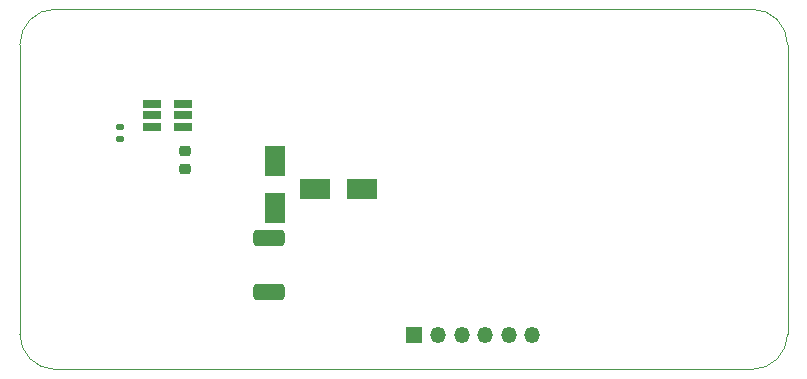
<source format=gbr>
G04 #@! TF.GenerationSoftware,KiCad,Pcbnew,6.0.2-378541a8eb~116~ubuntu20.04.1*
G04 #@! TF.CreationDate,2022-02-27T20:25:45+11:00*
G04 #@! TF.ProjectId,PiConnectLite,5069436f-6e6e-4656-9374-4c6974652e6b,rev?*
G04 #@! TF.SameCoordinates,Original*
G04 #@! TF.FileFunction,Paste,Bot*
G04 #@! TF.FilePolarity,Positive*
%FSLAX46Y46*%
G04 Gerber Fmt 4.6, Leading zero omitted, Abs format (unit mm)*
G04 Created by KiCad (PCBNEW 6.0.2-378541a8eb~116~ubuntu20.04.1) date 2022-02-27 20:25:45*
%MOMM*%
%LPD*%
G01*
G04 APERTURE LIST*
G04 Aperture macros list*
%AMRoundRect*
0 Rectangle with rounded corners*
0 $1 Rounding radius*
0 $2 $3 $4 $5 $6 $7 $8 $9 X,Y pos of 4 corners*
0 Add a 4 corners polygon primitive as box body*
4,1,4,$2,$3,$4,$5,$6,$7,$8,$9,$2,$3,0*
0 Add four circle primitives for the rounded corners*
1,1,$1+$1,$2,$3*
1,1,$1+$1,$4,$5*
1,1,$1+$1,$6,$7*
1,1,$1+$1,$8,$9*
0 Add four rect primitives between the rounded corners*
20,1,$1+$1,$2,$3,$4,$5,0*
20,1,$1+$1,$4,$5,$6,$7,0*
20,1,$1+$1,$6,$7,$8,$9,0*
20,1,$1+$1,$8,$9,$2,$3,0*%
G04 Aperture macros list end*
G04 #@! TA.AperFunction,Profile*
%ADD10C,0.100000*%
G04 #@! TD*
%ADD11R,1.560000X0.650000*%
%ADD12RoundRect,0.218750X0.256250X-0.218750X0.256250X0.218750X-0.256250X0.218750X-0.256250X-0.218750X0*%
%ADD13RoundRect,0.147500X0.172500X-0.147500X0.172500X0.147500X-0.172500X0.147500X-0.172500X-0.147500X0*%
%ADD14RoundRect,0.249999X1.075001X-0.425001X1.075001X0.425001X-1.075001X0.425001X-1.075001X-0.425001X0*%
%ADD15R,2.500000X1.800000*%
%ADD16R,1.800000X2.500000*%
%ADD17R,1.350000X1.350000*%
%ADD18O,1.350000X1.350000*%
G04 APERTURE END LIST*
D10*
X117500000Y-91000000D02*
X140500000Y-91000000D01*
X143500000Y-63500000D02*
G75*
G03*
X140500000Y-60500000I-3000001J-1D01*
G01*
X143500000Y-68000000D02*
X143500000Y-66500000D01*
X143500000Y-74000000D02*
X143500000Y-68000000D01*
X143500000Y-66500000D02*
X143500000Y-63500000D01*
X140500000Y-91000001D02*
G75*
G03*
X143499995Y-88005236I-2J3000002D01*
G01*
X78500000Y-63500000D02*
X78500000Y-88000000D01*
X81500000Y-60500000D02*
G75*
G03*
X78500000Y-63500000I1J-3000001D01*
G01*
X143499995Y-88005236D02*
X143500000Y-74000000D01*
X140500000Y-60500000D02*
X81500000Y-60500000D01*
X78500000Y-88000000D02*
G75*
G03*
X81500000Y-91000000I3000001J1D01*
G01*
X81500000Y-91000000D02*
X117500000Y-91000000D01*
D11*
X92350000Y-68550000D03*
X92350000Y-69500000D03*
X92350000Y-70450000D03*
X89650000Y-70450000D03*
X89650000Y-69500000D03*
X89650000Y-68550000D03*
D12*
X92500000Y-74049500D03*
X92500000Y-72474500D03*
D13*
X87000000Y-71485000D03*
X87000000Y-70515000D03*
D14*
X99630000Y-84410000D03*
X99630000Y-79910000D03*
D15*
X103480000Y-75740000D03*
X107480000Y-75740000D03*
D16*
X100100000Y-73320000D03*
X100100000Y-77320000D03*
D17*
X111900000Y-88100000D03*
D18*
X113900000Y-88100000D03*
X115900000Y-88100000D03*
X117900000Y-88100000D03*
X119900000Y-88100000D03*
X121900000Y-88100000D03*
M02*

</source>
